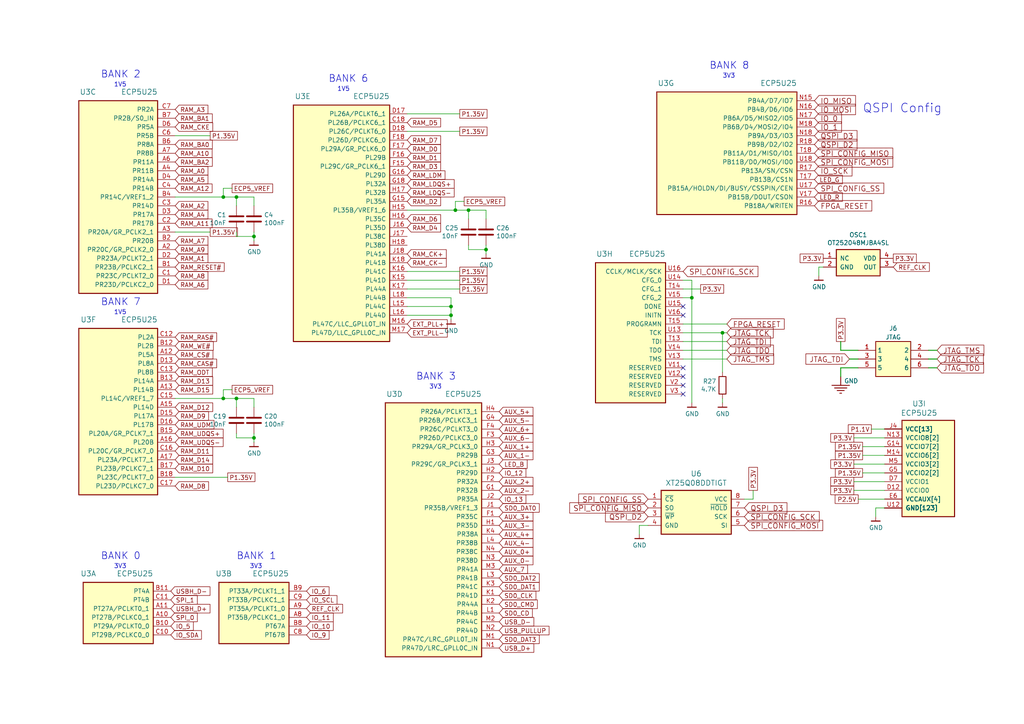
<source format=kicad_sch>
(kicad_sch (version 20231120) (generator "eeschema") (generator_version "8.0")
  (paper "A4")
  (title_block (date "2024-04-20"))
  (junction (at 130.81 88.9))
  (junction (at 64.77 57.15))
  (junction (at 135.89 60.96))
  (junction (at 209.55 96.52))
  (junction (at 200.66 86.36))
  (junction (at 73.66 127))
  (junction (at 68.58 115.57))
  (junction (at 130.81 91.44))
  (junction (at 132.08 60.96))
  (junction (at 140.97 72.39))
  (junction (at 73.66 68.58))
  (junction (at 68.58 57.15))
  (junction (at 64.77 115.57))
  (no_connect (at 198.12 91.44))
  (no_connect (at 198.12 109.22))
  (no_connect (at 198.12 88.9))
  (no_connect (at 198.12 111.76))
  (no_connect (at 198.12 106.68))
  (no_connect (at 198.12 114.3))
  (wire (pts (xy 64.77 113.03) (xy 67.31 113.03)))
  (wire (pts (xy 246.38 104.14) (xy 248.92 104.14)) (stroke (width 0.254)))
  (wire (pts (xy 256.54 142.24) (xy 247.65 142.24)))
  (wire (pts (xy 132.08 60.96) (xy 132.08 58.42)))
  (wire (pts (xy 198.12 86.36) (xy 200.66 86.36)))
  (wire (pts (xy 50.8 57.15) (xy 64.77 57.15)))
  (wire (pts (xy 132.08 58.42) (xy 134.62 58.42)))
  (wire (pts (xy 254 149.86) (xy 254 147.32)))
  (wire (pts (xy 60.96 67.31) (xy 50.8 67.31)))
  (wire (pts (xy 118.11 86.36) (xy 130.81 86.36)))
  (wire (pts (xy 135.89 60.96) (xy 140.97 60.96)))
  (wire (pts (xy 130.81 91.44) (xy 130.81 92.71)))
  (wire (pts (xy 68.58 68.58) (xy 73.66 68.58)))
  (wire (pts (xy 50.8 115.57) (xy 64.77 115.57)))
  (wire (pts (xy 198.12 96.52) (xy 209.55 96.52)))
  (wire (pts (xy 132.08 60.96) (xy 135.89 60.96)))
  (wire (pts (xy 68.58 57.15) (xy 68.58 59.69)))
  (wire (pts (xy 256.54 139.7) (xy 247.65 139.7)))
  (wire (pts (xy 68.58 127) (xy 73.66 127)))
  (wire (pts (xy 133.35 81.28) (xy 118.11 81.28)))
  (wire (pts (xy 200.66 86.36) (xy 200.66 116.84)))
  (wire (pts (xy 198.12 81.28) (xy 200.66 81.28)))
  (wire (pts (xy 256.54 132.08) (xy 250.19 132.08)))
  (wire (pts (xy 198.12 101.6) (xy 210.82 101.6)))
  (wire (pts (xy 135.89 72.39) (xy 140.97 72.39)))
  (wire (pts (xy 243.84 109.22) (xy 243.84 106.68)) (stroke (width 0.254)))
  (wire (pts (xy 243.84 106.68) (xy 248.92 106.68)) (stroke (width 0.254)))
  (wire (pts (xy 73.66 127) (xy 73.66 128.27)))
  (wire (pts (xy 237.49 77.47) (xy 238.76 77.47)))
  (wire (pts (xy 185.42 154.94) (xy 185.42 152.4)))
  (wire (pts (xy 198.12 93.98) (xy 210.82 93.98)))
  (wire (pts (xy 135.89 71.12) (xy 135.89 72.39)))
  (wire (pts (xy 130.81 86.36) (xy 130.81 88.9)))
  (wire (pts (xy 73.66 57.15) (xy 73.66 59.69)))
  (wire (pts (xy 64.77 54.61) (xy 67.31 54.61)))
  (wire (pts (xy 60.96 39.37) (xy 50.8 39.37)))
  (wire (pts (xy 243.84 101.6) (xy 243.84 99.06)) (stroke (width 0.254)))
  (wire (pts (xy 64.77 115.57) (xy 64.77 113.03)))
  (wire (pts (xy 209.55 115.57) (xy 209.55 116.84)))
  (wire (pts (xy 68.58 57.15) (xy 73.66 57.15)))
  (wire (pts (xy 254 147.32) (xy 256.54 147.32)))
  (wire (pts (xy 135.89 60.96) (xy 135.89 63.5)))
  (wire (pts (xy 133.35 83.82) (xy 118.11 83.82)))
  (wire (pts (xy 140.97 60.96) (xy 140.97 63.5)))
  (wire (pts (xy 209.55 96.52) (xy 210.82 96.52)))
  (wire (pts (xy 252.73 124.46) (xy 256.54 124.46)))
  (wire (pts (xy 130.81 88.9) (xy 130.81 91.44)))
  (wire (pts (xy 66.04 138.43) (xy 50.8 138.43)))
  (wire (pts (xy 200.66 81.28) (xy 200.66 86.36)))
  (wire (pts (xy 73.66 115.57) (xy 73.66 118.11)))
  (wire (pts (xy 68.58 125.73) (xy 68.58 127)))
  (wire (pts (xy 140.97 72.39) (xy 140.97 73.66)))
  (wire (pts (xy 118.11 60.96) (xy 132.08 60.96)))
  (wire (pts (xy 73.66 125.73) (xy 73.66 127)))
  (wire (pts (xy 118.11 91.44) (xy 130.81 91.44)))
  (wire (pts (xy 237.49 80.01) (xy 237.49 77.47)))
  (wire (pts (xy 133.35 78.74) (xy 118.11 78.74)))
  (wire (pts (xy 64.77 57.15) (xy 64.77 54.61)))
  (wire (pts (xy 73.66 68.58) (xy 73.66 69.85)))
  (wire (pts (xy 215.9 144.78) (xy 218.44 144.78)))
  (wire (pts (xy 133.35 38.1) (xy 118.11 38.1)))
  (wire (pts (xy 256.54 134.62) (xy 247.65 134.62)))
  (wire (pts (xy 133.35 33.02) (xy 118.11 33.02)))
  (wire (pts (xy 210.82 99.06) (xy 198.12 99.06)))
  (wire (pts (xy 256.54 129.54) (xy 250.19 129.54)))
  (wire (pts (xy 68.58 115.57) (xy 68.58 118.11)))
  (wire (pts (xy 271.78 101.6) (xy 269.24 101.6)) (stroke (width 0.254)))
  (wire (pts (xy 140.97 71.12) (xy 140.97 72.39)))
  (wire (pts (xy 185.42 152.4) (xy 187.96 152.4)))
  (wire (pts (xy 118.11 88.9) (xy 130.81 88.9)))
  (wire (pts (xy 256.54 137.16) (xy 250.19 137.16)))
  (wire (pts (xy 248.92 101.6) (xy 243.84 101.6)) (stroke (width 0.254)))
  (wire (pts (xy 218.44 144.78) (xy 218.44 142.24)))
  (wire (pts (xy 271.78 104.14) (xy 269.24 104.14)) (stroke (width 0.254)))
  (wire (pts (xy 203.2 83.82) (xy 198.12 83.82)))
  (wire (pts (xy 68.58 67.31) (xy 68.58 68.58)))
  (wire (pts (xy 248.92 144.78) (xy 256.54 144.78)))
  (wire (pts (xy 64.77 115.57) (xy 68.58 115.57)))
  (wire (pts (xy 210.82 104.14) (xy 198.12 104.14)))
  (wire (pts (xy 68.58 115.57) (xy 73.66 115.57)))
  (wire (pts (xy 64.77 57.15) (xy 68.58 57.15)))
  (wire (pts (xy 269.24 106.68) (xy 271.78 106.68)) (stroke (width 0.254)))
  (wire (pts (xy 73.66 67.31) (xy 73.66 68.58)))
  (wire (pts (xy 209.55 96.52) (xy 209.55 107.95)))
  (wire (pts (xy 256.54 127) (xy 247.65 127)))
  (text "BANK 0" (at 29.21 162.56 0) (effects (font (size 2.032 2.032)) (justify left bottom)))
  (text "3V3\n" (at 124.46 113.03 0) (effects (font (size 1.27 1.27)) (justify left bottom)))
  (text "BANK 1" (at 68.58 162.56 0) (effects (font (size 2.032 2.032)) (justify left bottom)))
  (text "1V5" (at 33.02 91.44 0) (effects (font (size 1.27 1.27)) (justify left bottom)))
  (text "BANK 6" (at 95.25 24.13 0) (effects (font (size 2.032 2.032)) (justify left bottom)))
  (text "BANK 7" (at 29.21 88.9 0) (effects (font (size 2.032 2.032)) (justify left bottom)))
  (text "3V3\n" (at 33.02 165.1 0) (effects (font (size 1.27 1.27)) (justify left bottom)))
  (text "1V5" (at 33.02 25.4 0) (effects (font (size 1.27 1.27)) (justify left bottom)))
  (text "BANK 3" (at 120.65 110.49 0) (effects (font (size 2.032 2.032)) (justify left bottom)))
  (text "3V3" (at 72.39 165.1 0) (effects (font (size 1.27 1.27)) (justify left bottom)))
  (text "3V3" (at 209.55 22.86 0) (effects (font (size 1.27 1.27)) (justify left bottom)))
  (text "1V5\n" (at 97.79 26.67 0) (effects (font (size 1.27 1.27)) (justify left bottom)))
  (text "QSPI Config" (at 250.19 33.02 0) (effects (font (size 2.54 2.54)) (justify left bottom)))
  (text "BANK 8" (at 205.74 20.32 0) (effects (font (size 2.032 2.032)) (justify left bottom)))
  (text "BANK 2" (at 29.21 22.86 0) (effects (font (size 2.032 2.032)) (justify left bottom)))
  (global_label "IO_13" (shape input) (at 144.78 144.78 0) (property "Intersheetrefs" "${INTERSHEET_REFS}" (effects (hide yes))))
  (global_label "RAM_A0" (shape input) (at 50.8 49.53 0) (property "Intersheetrefs" "${INTERSHEET_REFS}" (effects (hide yes))))
  (global_label "RAM_UDQS+" (shape input) (at 50.8 125.73 0) (property "Intersheetrefs" "${INTERSHEET_REFS}" (effects (hide yes))))
  (global_label "RAM_UDQS-" (shape input) (at 50.8 128.27 0) (property "Intersheetrefs" "${INTERSHEET_REFS}" (effects (hide yes))))
  (global_label "P1.35V" (shape passive) (at 250.19 129.54 180) (property "Intersheetrefs" "${INTERSHEET_REFS}" (effects (hide yes))))
  (global_label "RAM_BA2" (shape input) (at 50.8 46.99 0) (property "Intersheetrefs" "${INTERSHEET_REFS}" (effects (hide yes))))
  (global_label "SPI_CONFIG_MISO" (shape input) (at 236.22 44.45 0) (effects (font (size 1.524 1.524))) (property "Intersheetrefs" "${INTERSHEET_REFS}" (effects (hide yes))))
  (global_label "REF_CLK" (shape input) (at 88.9 176.53 0) (property "Intersheetrefs" "${INTERSHEET_REFS}" (effects (hide yes))))
  (global_label "AUX_1-" (shape input) (at 144.78 132.08 0) (property "Intersheetrefs" "${INTERSHEET_REFS}" (effects (hide yes))))
  (global_label "P2.5V" (shape passive) (at 248.92 144.78 180) (property "Intersheetrefs" "${INTERSHEET_REFS}" (effects (hide yes))))
  (global_label "LED_R" (shape input) (at 236.22 57.15 0) (property "Intersheetrefs" "${INTERSHEET_REFS}" (effects (hide yes))))
  (global_label "RAM_A3" (shape input) (at 50.8 31.75 0) (property "Intersheetrefs" "${INTERSHEET_REFS}" (effects (hide yes))))
  (global_label "IO_10" (shape input) (at 88.9 181.61 0) (property "Intersheetrefs" "${INTERSHEET_REFS}" (effects (hide yes))))
  (global_label "USB_D+" (shape input) (at 144.78 187.96 0) (property "Intersheetrefs" "${INTERSHEET_REFS}" (effects (hide yes))))
  (global_label "RAM_CK-" (shape input) (at 118.11 76.2 0) (property "Intersheetrefs" "${INTERSHEET_REFS}" (effects (hide yes))))
  (global_label "AUX_5+" (shape input) (at 144.78 119.38 0) (property "Intersheetrefs" "${INTERSHEET_REFS}" (effects (hide yes))))
  (global_label "AUX_7" (shape input) (at 144.78 165.1 0) (property "Intersheetrefs" "${INTERSHEET_REFS}" (effects (hide yes))))
  (global_label "RAM_A2" (shape input) (at 50.8 59.69 0) (property "Intersheetrefs" "${INTERSHEET_REFS}" (effects (hide yes))))
  (global_label "P1.35V" (shape passive) (at 133.35 83.82 0) (property "Intersheetrefs" "${INTERSHEET_REFS}" (effects (hide yes))))
  (global_label "P1.35V" (shape passive) (at 133.35 81.28 0) (property "Intersheetrefs" "${INTERSHEET_REFS}" (effects (hide yes))))
  (global_label "RAM_D11" (shape input) (at 50.8 130.81 0) (property "Intersheetrefs" "${INTERSHEET_REFS}" (effects (hide yes))))
  (global_label "JTAG_TMS" (shape input) (at 271.78 101.6 0) (effects (font (size 1.524 1.524))) (property "Intersheetrefs" "${INTERSHEET_REFS}" (effects (hide yes))))
  (global_label "JTAG_TDO" (shape input) (at 210.82 101.6 0) (effects (font (size 1.524 1.524))) (property "Intersheetrefs" "${INTERSHEET_REFS}" (effects (hide yes))))
  (global_label "JTAG_TCK" (shape input) (at 271.78 104.14 0) (effects (font (size 1.524 1.524))) (property "Intersheetrefs" "${INTERSHEET_REFS}" (effects (hide yes))))
  (global_label "IO_9" (shape input) (at 88.9 184.15 0) (property "Intersheetrefs" "${INTERSHEET_REFS}" (effects (hide yes))))
  (global_label "QSPI_D2" (shape input) (at 236.22 41.91 0) (effects (font (size 1.524 1.524))) (property "Intersheetrefs" "${INTERSHEET_REFS}" (effects (hide yes))))
  (global_label "ECP5_VREF" (shape passive) (at 67.31 54.61 0) (property "Intersheetrefs" "${INTERSHEET_REFS}" (effects (hide yes))))
  (global_label "P1.35V" (shape passive) (at 66.04 138.43 0) (property "Intersheetrefs" "${INTERSHEET_REFS}" (effects (hide yes))))
  (global_label "QSPI_D3" (shape input) (at 236.22 39.37 0) (effects (font (size 1.524 1.524))) (property "Intersheetrefs" "${INTERSHEET_REFS}" (effects (hide yes))))
  (global_label "SD0_DAT3" (shape input) (at 144.78 185.42 0) (property "Intersheetrefs" "${INTERSHEET_REFS}" (effects (hide yes))))
  (global_label "RAM_ODT" (shape input) (at 50.8 107.95 0) (property "Intersheetrefs" "${INTERSHEET_REFS}" (effects (hide yes))))
  (global_label "RAM_CAS#" (shape input) (at 50.8 105.41 0) (property "Intersheetrefs" "${INTERSHEET_REFS}" (effects (hide yes))))
  (global_label "USBH_D+" (shape input) (at 49.53 176.53 0) (property "Intersheetrefs" "${INTERSHEET_REFS}" (effects (hide yes))))
  (global_label "JTAG_TDO" (shape input) (at 271.78 106.68 0) (effects (font (size 1.524 1.524))) (property "Intersheetrefs" "${INTERSHEET_REFS}" (effects (hide yes))))
  (global_label "QSPI_D3" (shape input) (at 215.9 147.32 0) (effects (font (size 1.524 1.524))) (property "Intersheetrefs" "${INTERSHEET_REFS}" (effects (hide yes))))
  (global_label "AUX_4+" (shape input) (at 144.78 154.94 0) (property "Intersheetrefs" "${INTERSHEET_REFS}" (effects (hide yes))))
  (global_label "IO_11" (shape input) (at 88.9 179.07 0) (property "Intersheetrefs" "${INTERSHEET_REFS}" (effects (hide yes))))
  (global_label "AUX_3+" (shape input) (at 144.78 149.86 0) (property "Intersheetrefs" "${INTERSHEET_REFS}" (effects (hide yes))))
  (global_label "RAM_D12" (shape input) (at 50.8 118.11 0) (property "Intersheetrefs" "${INTERSHEET_REFS}" (effects (hide yes))))
  (global_label "SD0_DAT1" (shape input) (at 144.78 170.18 0) (property "Intersheetrefs" "${INTERSHEET_REFS}" (effects (hide yes))))
  (global_label "SPI_0" (shape input) (at 49.53 179.07 0) (property "Intersheetrefs" "${INTERSHEET_REFS}" (effects (hide yes))))
  (global_label "P3.3V" (shape passive) (at 203.2 83.82 0) (property "Intersheetrefs" "${INTERSHEET_REFS}" (effects (hide yes))))
  (global_label "P3.3V" (shape passive) (at 238.76 74.93 180) (property "Intersheetrefs" "${INTERSHEET_REFS}" (effects (hide yes))))
  (global_label "P1.35V" (shape passive) (at 133.35 33.02 0) (property "Intersheetrefs" "${INTERSHEET_REFS}" (effects (hide yes))))
  (global_label "EXT_PLL+" (shape input) (at 118.11 93.98 0) (property "Intersheetrefs" "${INTERSHEET_REFS}" (effects (hide yes))))
  (global_label "SD0_CLK" (shape input) (at 144.78 172.72 0) (property "Intersheetrefs" "${INTERSHEET_REFS}" (effects (hide yes))))
  (global_label "RAM_D5" (shape input) (at 118.11 35.56 0) (property "Intersheetrefs" "${INTERSHEET_REFS}" (effects (hide yes))))
  (global_label "IO_1" (shape input) (at 236.22 36.83 0) (effects (font (size 1.524 1.524))) (property "Intersheetrefs" "${INTERSHEET_REFS}" (effects (hide yes))))
  (global_label "IO_SDA" (shape input) (at 49.53 184.15 0) (property "Intersheetrefs" "${INTERSHEET_REFS}" (effects (hide yes))))
  (global_label "SPI_CONFIG_SCK" (shape input) (at 215.9 149.86 0) (effects (font (size 1.524 1.524))) (property "Intersheetrefs" "${INTERSHEET_REFS}" (effects (hide yes))))
  (global_label "RAM_A1" (shape input) (at 50.8 74.93 0) (property "Intersheetrefs" "${INTERSHEET_REFS}" (effects (hide yes))))
  (global_label "RAM_BA1" (shape input) (at 50.8 34.29 0) (property "Intersheetrefs" "${INTERSHEET_REFS}" (effects (hide yes))))
  (global_label "SPI_CONFIG_MISO" (shape input) (at 187.96 147.32 180) (effects (font (size 1.524 1.524))) (property "Intersheetrefs" "${INTERSHEET_REFS}" (effects (hide yes))))
  (global_label "SD0_CD" (shape input) (at 144.78 177.8 0) (property "Intersheetrefs" "${INTERSHEET_REFS}" (effects (hide yes))))
  (global_label "RAM_CK+" (shape input) (at 118.11 73.66 0) (property "Intersheetrefs" "${INTERSHEET_REFS}" (effects (hide yes))))
  (global_label "P3.3V" (shape passive) (at 247.65 127 180) (property "Intersheetrefs" "${INTERSHEET_REFS}" (effects (hide yes))))
  (global_label "AUX_5-" (shape input) (at 144.78 121.92 0) (property "Intersheetrefs" "${INTERSHEET_REFS}" (effects (hide yes))))
  (global_label "RAM_D14" (shape input) (at 50.8 133.35 0) (property "Intersheetrefs" "${INTERSHEET_REFS}" (effects (hide yes))))
  (global_label "RAM_D2" (shape input) (at 118.11 58.42 0) (property "Intersheetrefs" "${INTERSHEET_REFS}" (effects (hide yes))))
  (global_label "SPI_CONFIG_SCK" (shape input) (at 198.12 78.74 0) (effects (font (size 1.524 1.524))) (property "Intersheetrefs" "${INTERSHEET_REFS}" (effects (hide yes))))
  (global_label "IO_6" (shape input) (at 88.9 171.45 0) (property "Intersheetrefs" "${INTERSHEET_REFS}" (effects (hide yes))))
  (global_label "AUX_0-" (shape input) (at 144.78 162.56 0) (property "Intersheetrefs" "${INTERSHEET_REFS}" (effects (hide yes))))
  (global_label "ECP5_VREF" (shape passive) (at 134.62 58.42 0) (property "Intersheetrefs" "${INTERSHEET_REFS}" (effects (hide yes))))
  (global_label "IO_MOSI" (shape input) (at 236.22 31.75 0) (effects (font (size 1.524 1.524))) (property "Intersheetrefs" "${INTERSHEET_REFS}" (effects (hide yes))))
  (global_label "RAM_D7" (shape input) (at 118.11 40.64 0) (property "Intersheetrefs" "${INTERSHEET_REFS}" (effects (hide yes))))
  (global_label "SPI_CONFIG_MOSI" (shape input) (at 215.9 152.4 0) (effects (font (size 1.524 1.524))) (property "Intersheetrefs" "${INTERSHEET_REFS}" (effects (hide yes))))
  (global_label "JTAG_TDI" (shape input) (at 246.38 104.14 180) (effects (font (size 1.524 1.524))) (property "Intersheetrefs" "${INTERSHEET_REFS}" (effects (hide yes))))
  (global_label "QSPI_D2" (shape input) (at 187.96 149.86 180) (effects (font (size 1.524 1.524))) (property "Intersheetrefs" "${INTERSHEET_REFS}" (effects (hide yes))))
  (global_label "RAM_WE#" (shape input) (at 50.8 100.33 0) (property "Intersheetrefs" "${INTERSHEET_REFS}" (effects (hide yes))))
  (global_label "RAM_A7" (shape input) (at 50.8 69.85 0) (property "Intersheetrefs" "${INTERSHEET_REFS}" (effects (hide yes))))
  (global_label "RAM_D13" (shape input) (at 50.8 110.49 0) (property "Intersheetrefs" "${INTERSHEET_REFS}" (effects (hide yes))))
  (global_label "REF_CLK" (shape input) (at 259.08 77.47 0) (property "Intersheetrefs" "${INTERSHEET_REFS}" (effects (hide yes))))
  (global_label "RAM_UDM" (shape input) (at 50.8 123.19 0) (property "Intersheetrefs" "${INTERSHEET_REFS}" (effects (hide yes))))
  (global_label "RAM_RAS#" (shape input) (at 50.8 97.79 0) (property "Intersheetrefs" "${INTERSHEET_REFS}" (effects (hide yes))))
  (global_label "P3.3V" (shape passive) (at 259.08 74.93 0) (property "Intersheetrefs" "${INTERSHEET_REFS}" (effects (hide yes))))
  (global_label "AUX_0+" (shape input) (at 144.78 160.02 0) (property "Intersheetrefs" "${INTERSHEET_REFS}" (effects (hide yes))))
  (global_label "RAM_LDQS-" (shape input) (at 118.11 55.88 0) (property "Intersheetrefs" "${INTERSHEET_REFS}" (effects (hide yes))))
  (global_label "P1.35V" (shape passive) (at 133.35 38.1 0) (property "Intersheetrefs" "${INTERSHEET_REFS}" (effects (hide yes))))
  (global_label "P3.3V" (shape passive) (at 247.65 139.7 180) (property "Intersheetrefs" "${INTERSHEET_REFS}" (effects (hide yes))))
  (global_label "P1.1V" (shape passive) (at 252.73 124.46 180) (property "Intersheetrefs" "${INTERSHEET_REFS}" (effects (hide yes))))
  (global_label "RAM_CKE" (shape input) (at 50.8 36.83 0) (property "Intersheetrefs" "${INTERSHEET_REFS}" (effects (hide yes))))
  (global_label "RAM_D3" (shape input) (at 118.11 48.26 0) (property "Intersheetrefs" "${INTERSHEET_REFS}" (effects (hide yes))))
  (global_label "FPGA_RESET" (shape input) (at 210.82 93.98 0) (effects (font (size 1.524 1.524))) (property "Intersheetrefs" "${INTERSHEET_REFS}" (effects (hide yes))))
  (global_label "AUX_6+" (shape input) (at 144.78 124.46 0) (property "Intersheetrefs" "${INTERSHEET_REFS}" (effects (hide yes))))
  (global_label "IO_5" (shape input) (at 49.53 181.61 0) (property "Intersheetrefs" "${INTERSHEET_REFS}" (effects (hide yes))))
  (global_label "AUX_4-" (shape input) (at 144.78 157.48 0) (property "Intersheetrefs" "${INTERSHEET_REFS}" (effects (hide yes))))
  (global_label "JTAG_TDI" (shape input) (at 210.82 99.06 0) (effects (font (size 1.524 1.524))) (property "Intersheetrefs" "${INTERSHEET_REFS}" (effects (hide yes))))
  (global_label "RAM_RESET#" (shape input) (at 50.8 77.47 0) (property "Intersheetrefs" "${INTERSHEET_REFS}" (effects (hide yes))))
  (global_label "SD0_DAT0" (shape input) (at 144.78 147.32 0) (property "Intersheetrefs" "${INTERSHEET_REFS}" (effects (hide yes))))
  (global_label "SPI_CONFIG_MOSI" (shape input) (at 236.22 46.99 0) (effects (font (size 1.524 1.524))) (property "Intersheetrefs" "${INTERSHEET_REFS}" (effects (hide yes))))
  (global_label "RAM_A8" (shape input) (at 50.8 80.01 0) (property "Intersheetrefs" "${INTERSHEET_REFS}" (effects (hide yes))))
  (global_label "RAM_A12" (shape input) (at 50.8 54.61 0) (property "Intersheetrefs" "${INTERSHEET_REFS}" (effects (hide yes))))
  (global_label "RAM_LDQS+" (shape input) (at 118.11 53.34 0) (property "Intersheetrefs" "${INTERSHEET_REFS}" (effects (hide yes))))
  (global_label "USBH_D-" (shape input) (at 49.53 171.45 0) (property "Intersheetrefs" "${INTERSHEET_REFS}" (effects (hide yes))))
  (global_label "FPGA_RESET" (shape input) (at 236.22 59.69 0) (effects (font (size 1.524 1.524))) (property "Intersheetrefs" "${INTERSHEET_REFS}" (effects (hide yes))))
  (global_label "RAM_D1" (shape input) (at 118.11 45.72 0) (property "Intersheetrefs" "${INTERSHEET_REFS}" (effects (hide yes))))
  (global_label "RAM_A11" (shape input) (at 50.8 64.77 0) (property "Intersheetrefs" "${INTERSHEET_REFS}" (effects (hide yes))))
  (global_label "SPI_CONFIG_SS" (shape input) (at 187.96 144.78 180) (effects (font (size 1.524 1.524))) (property "Intersheetrefs" "${INTERSHEET_REFS}" (effects (hide yes))))
  (global_label "P1.35V" (shape passive) (at 250.19 137.16 180) (property "Intersheetrefs" "${INTERSHEET_REFS}" (effects (hide yes))))
  (global_label "P1.35V" (shape passive) (at 133.35 78.74 0) (property "Intersheetrefs" "${INTERSHEET_REFS}" (effects (hide yes))))
  (global_label "RAM_LDM" (shape input) (at 118.11 50.8 0) (property "Intersheetrefs" "${INTERSHEET_REFS}" (effects (hide yes))))
  (global_label "USB_PULLUP" (shape input) (at 144.78 182.88 0) (property "Intersheetrefs" "${INTERSHEET_REFS}" (effects (hide yes))))
  (global_label "P1.35V" (shape passive) (at 250.19 132.08 180) (property "Intersheetrefs" "${INTERSHEET_REFS}" (effects (hide yes))))
  (global_label "SD0_CMD" (shape input) (at 144.78 175.26 0) (property "Intersheetrefs" "${INTERSHEET_REFS}" (effects (hide yes))))
  (global_label "RAM_BA0" (shape input) (at 50.8 41.91 0) (property "Intersheetrefs" "${INTERSHEET_REFS}" (effects (hide yes))))
  (global_label "AUX_2-" (shape input) (at 144.78 142.24 0) (property "Intersheetrefs" "${INTERSHEET_REFS}" (effects (hide yes))))
  (global_label "AUX_1+" (shape input) (at 144.78 129.54 0) (property "Intersheetrefs" "${INTERSHEET_REFS}" (effects (hide yes))))
  (global_label "RAM_CS#" (shape input) (at 50.8 102.87 0) (property "Intersheetrefs" "${INTERSHEET_REFS}" (effects (hide yes))))
  (global_label "RAM_A9" (shape input) (at 50.8 72.39 0) (property "Intersheetrefs" "${INTERSHEET_REFS}" (effects (hide yes))))
  (global_label "SD0_DAT2" (shape input) (at 144.78 167.64 0) (property "Intersheetrefs" "${INTERSHEET_REFS}" (effects (hide yes))))
  (global_label "RAM_D15" (shape input) (at 50.8 113.03 0) (property "Intersheetrefs" "${INTERSHEET_REFS}" (effects (hide yes))))
  (global_label "P3.3V" (shape passive) (at 247.65 134.62 180) (property "Intersheetrefs" "${INTERSHEET_REFS}" (effects (hide yes))))
  (global_label "RAM_A5" (shape input) (at 50.8 52.07 0) (property "Intersheetrefs" "${INTERSHEET_REFS}" (effects (hide yes))))
  (global_label "P3.3V" (shape passive) (at 218.44 142.24 90) (property "Intersheetrefs" "${INTERSHEET_REFS}" (effects (hide yes))))
  (global_label "RAM_A4" (shape input) (at 50.8 62.23 0) (property "Intersheetrefs" "${INTERSHEET_REFS}" (effects (hide yes))))
  (global_label "P3.3V" (shape passive) (at 243.84 99.06 90) (property "Intersheetrefs" "${INTERSHEET_REFS}" (effects (hide yes))))
  (global_label "JTAG_TMS" (shape input) (at 210.82 104.14 0) (effects (font (size 1.524 1.524))) (property "Intersheetrefs" "${INTERSHEET_REFS}" (effects (hide yes))))
  (global_label "IO_MISO" (shape input) (at 236.22 29.21 0) (effects (font (size 1.524 1.524))) (property "Intersheetrefs" "${INTERSHEET_REFS}" (effects (hide yes))))
  (global_label "AUX_6-" (shape input) (at 144.78 127 0) (property "Intersheetrefs" "${INTERSHEET_REFS}" (effects (hide yes))))
  (global_label "EXT_PLL-" (shape input) (at 118.11 96.52 0) (property "Intersheetrefs" "${INTERSHEET_REFS}" (effects (hide yes))))
  (global_label "IO_SCK" (shape input) (at 236.22 49.53 0) (effects (font (size 1.524 1.524))) (property "Intersheetrefs" "${INTERSHEET_REFS}" (effects (hide yes))))
  (global_label "RAM_D0" (shape input) (at 118.11 43.18 0) (property "Intersheetrefs" "${INTERSHEET_REFS}" (effects (hide yes))))
  (global_label "IO_12" (shape input) (at 144.78 137.16 0) (property "Intersheetrefs" "${INTERSHEET_REFS}" (effects (hide yes))))
  (global_label "AUX_2+" (shape input) (at 144.78 139.7 0) (property "Intersheetrefs" "${INTERSHEET_REFS}" (effects (hide yes))))
  (global_label "LED_B" (shape input) (at 144.78 134.62 0) (property "Intersheetrefs" "${INTERSHEET_REFS}" (effects (hide yes))))
  (global_label "USB_D-" (shape input) (at 144.78 180.34 0) (property "Intersheetrefs" "${INTERSHEET_REFS}" (effects (hide yes))))
  (global_label "SPI_CONFIG_SS" (shape input) (at 236.22 54.61 0) (effects (font (size 1.524 1.524))) (property "Intersheetrefs" "${INTERSHEET_REFS}" (effects (hide yes))))
  (global_label "P3.3V" (shape passive) (at 247.65 142.24 180) (property "Intersheetrefs" "${INTERSHEET_REFS}" (effects (hide yes))))
  (global_label "RAM_D4" (shape input) (at 118.11 66.04 0) (property "Intersheetrefs" "${INTERSHEET_REFS}" (effects (hide yes))))
  (global_label "P1.35V" (shape passive) (at 60.96 39.37 0) (property "Intersheetrefs" "${INTERSHEET_REFS}" (effects (hide yes))))
  (global_label "RAM_D6" (shape input) (at 118.11 63.5 0) (property "Intersheetrefs" "${INTERSHEET_REFS}" (effects (hide yes))))
  (global_label "RAM_A6" (shape input) (at 50.8 82.55 0) (property "Intersheetrefs" "${INTERSHEET_REFS}" (effects (hide yes))))
  (global_label "JTAG_TCK" (shape input) (at 210.82 96.52 0) (effects (font (size 1.524 1.524))) (property "Intersheetrefs" "${INTERSHEET_REFS}" (effects (hide yes))))
  (global_label "RAM_A10" (shape input) (at 50.8 44.45 0) (property "Intersheetrefs" "${INTERSHEET_REFS}" (effects (hide yes))))
  (global_label "IO_0" (shape input) (at 236.22 34.29 0) (effects (font (size 1.524 1.524))) (property "Intersheetrefs" "${INTERSHEET_REFS}" (effects (hide yes))))
  (global_label "AUX_3-" (shape input) (at 144.78 152.4 0) (property "Intersheetrefs" "${INTERSHEET_REFS}" (effects (hide yes))))
  (global_label "RAM_D8" (shape input) (at 50.8 140.97 0) (property "Intersheetrefs" "${INTERSHEET_REFS}" (effects (hide yes))))
  (global_label "ECP5_VREF" (shape passive) (at 67.31 113.03 0) (property "Intersheetrefs" "${INTERSHEET_REFS}" (effects (hide yes))))
  (global_label "LED_G" (shape input) (at 236.22 52.07 0) (property "Intersheetrefs" "${INTERSHEET_REFS}" (effects (hide yes))))
  (global_label "SPI_1" (shape input) (at 49.53 173.99 0) (property "Intersheetrefs" "${INTERSHEET_REFS}" (effects (hide yes))))
  (global_label "RAM_D9" (shape input) (at 50.8 120.65 0) (property "Intersheetrefs" "${INTERSHEET_REFS}" (effects (hide yes))))
  (global_label "RAM_D10" (shape input) (at 50.8 135.89 0) (property "Intersheetrefs" "${INTERSHEET_REFS}" (effects (hide yes))))
  (global_label "IO_SCL" (shape input) (at 88.9 173.99 0) (property "Intersheetrefs" "${INTERSHEET_REFS}" (effects (hide yes))))
  (global_label "P1.35V" (shape passive) (at 60.96 67.31 0) (property "Intersheetrefs" "${INTERSHEET_REFS}" (effects (hide yes))))
  (symbol (lib_id "OrangeCrab-rescue:ECP5U25-MG285-gkl_lattice") (at 49.53 171.45 0) (mirror y) (unit 1)
    (property "Reference" "U3" (at 27.94 166.37 0) (effects (font (size 1.524 1.524)) (justify left)))
    (property "Value" "ECP5U25" (at 44.45 166.37 0) (effects (font (size 1.524 1.524)) (justify left)))
    (property "Footprint" "gkl_housings_bga:csBGA285" (effects (hide yes)))
    (property "PN" "LFE5U-25F-8MG285C" (effects (hide yes)))
    (property "SN-DK" " LFE5UM-25F-6MG285C-ND " (effects (hide yes)))
    (property "Mfg" "Lattice Semiconductor Corporation" (effects (hide yes)))
  )
  (symbol (lib_id "OrangeCrab-rescue:ECP5U25-MG285-gkl_lattice") (at 88.9 171.45 0) (mirror y) (unit 2)
    (property "Reference" "U3" (at 67.31 166.37 0) (effects (font (size 1.524 1.524)) (justify left)))
    (property "Value" "ECP5U25" (at 83.82 166.37 0) (effects (font (size 1.524 1.524)) (justify left)))
    (property "Footprint" "gkl_housings_bga:csBGA285" (effects (hide yes)))
    (property "PN" "LFE5U-25F-8MG285C" (effects (hide yes)))
    (property "SN-DK" " LFE5UM-25F-6MG285C-ND " (effects (hide yes)))
    (property "Mfg" "Lattice Semiconductor Corporation" (effects (hide yes)))
  )
  (symbol (lib_id "OrangeCrab-rescue:ECP5U25-MG285-gkl_lattice") (at 50.8 31.75 0) (mirror y) (unit 3)
    (property "Reference" "U3" (at 27.94 26.67 0) (effects (font (size 1.524 1.524)) (justify left)))
    (property "Value" "ECP5U25" (at 45.72 26.67 0) (effects (font (size 1.524 1.524)) (justify left)))
    (property "Footprint" "gkl_housings_bga:csBGA285" (effects (hide yes)))
    (property "PN" "LFE5U-25F-8MG285C" (effects (hide yes)))
    (property "SN-DK" " LFE5UM-25F-6MG285C-ND " (effects (hide yes)))
    (property "Mfg" "Lattice Semiconductor Corporation" (effects (hide yes)))
  )
  (symbol (lib_id "OrangeCrab-rescue:ECP5U25-MG285-gkl_lattice") (at 144.78 119.38 0) (mirror y) (unit 4)
    (property "Reference" "U3" (at 116.84 114.3 0) (effects (font (size 1.524 1.524)) (justify left)))
    (property "Value" "ECP5U25" (at 139.7 114.3 0) (effects (font (size 1.524 1.524)) (justify left)))
    (property "Footprint" "gkl_housings_bga:csBGA285" (effects (hide yes)))
    (property "PN" "LFE5U-25F-8MG285C" (effects (hide yes)))
    (property "SN-DK" " LFE5UM-25F-6MG285C-ND " (effects (hide yes)))
    (property "Mfg" "Lattice Semiconductor Corporation" (effects (hide yes)))
  )
  (symbol (lib_id "OrangeCrab-rescue:ECP5U25-MG285-gkl_lattice") (at 118.11 33.02 0) (mirror y) (unit 5)
    (property "Reference" "U3" (at 90.17 27.94 0) (effects (font (size 1.524 1.524)) (justify left)))
    (property "Value" "ECP5U25" (at 113.03 27.94 0) (effects (font (size 1.524 1.524)) (justify left)))
    (property "Footprint" "gkl_housings_bga:csBGA285" (effects (hide yes)))
    (property "PN" "LFE5U-25F-8MG285C" (effects (hide yes)))
    (property "SN-DK" " LFE5UM-25F-6MG285C-ND " (effects (hide yes)))
    (property "Mfg" "Lattice Semiconductor Corporation" (effects (hide yes)))
  )
  (symbol (lib_id "OrangeCrab-rescue:ECP5U25-MG285-gkl_lattice") (at 50.8 97.79 0) (mirror y) (unit 6)
    (property "Reference" "U3" (at 27.94 92.71 0) (effects (font (size 1.524 1.524)) (justify left)))
    (property "Value" "ECP5U25" (at 45.72 92.71 0) (effects (font (size 1.524 1.524)) (justify left)))
    (property "Footprint" "gkl_housings_bga:csBGA285" (effects (hide yes)))
    (property "PN" "LFE5U-25F-8MG285C" (effects (hide yes)))
    (property "SN-DK" " LFE5UM-25F-6MG285C-ND " (effects (hide yes)))
    (property "Mfg" "Lattice Semiconductor Corporation" (effects (hide yes)))
  )
  (symbol (lib_id "OrangeCrab-rescue:ECP5U25-MG285-gkl_lattice") (at 236.22 29.21 0) (mirror y) (unit 7)
    (property "Reference" "U3" (at 195.58 24.13 0) (effects (font (size 1.524 1.524)) (justify left)))
    (property "Value" "ECP5U25" (at 231.14 24.13 0) (effects (font (size 1.524 1.524)) (justify left)))
    (property "Footprint" "gkl_housings_bga:csBGA285" (effects (hide yes)))
    (property "PN" "LFE5U-25F-8MG285C" (effects (hide yes)))
    (property "SN-DK" " LFE5UM-25F-6MG285C-ND " (effects (hide yes)))
    (property "Mfg" "Lattice Semiconductor Corporation" (effects (hide yes)))
  )
  (symbol (lib_id "OrangeCrab-rescue:ECP5U25-MG285-gkl_lattice") (at 198.12 78.74 0) (mirror y) (unit 8)
    (property "Reference" "U3" (at 177.8 73.66 0) (effects (font (size 1.524 1.524)) (justify left)))
    (property "Value" "ECP5U25" (at 193.04 73.66 0) (effects (font (size 1.524 1.524)) (justify left)))
    (property "Footprint" "gkl_housings_bga:csBGA285" (effects (hide yes)))
    (property "PN" "LFE5U-25F-8MG285C" (effects (hide yes)))
    (property "SN-DK" " LFE5UM-25F-6MG285C-ND " (effects (hide yes)))
    (property "Mfg" "Lattice Semiconductor Corporation" (effects (hide yes)))
  )
  (symbol (lib_id "OrangeCrab-rescue:ECP5U25-MG285-gkl_lattice") (at 256.54 147.32 0) (mirror x) (unit 9)
    (property "Reference" "U3" (at 266.573 117.094 0) (effects (font (size 1.524 1.524))))
    (property "Value" "ECP5U25" (at 266.573 119.7864 0) (effects (font (size 1.524 1.524))))
    (property "Footprint" "gkl_housings_bga:csBGA285" (effects (hide yes)))
    (property "PN" "LFE5U-25F-8MG285C" (effects (hide yes)))
    (property "SN-DK" " LFE5UM-25F-6MG285C-ND " (effects (hide yes)))
    (property "Mfg" "Lattice Semiconductor Corporation" (effects (hide yes)))
  )
  (symbol (lib_id "OrangeCrab-rescue:GND-gkl_power") (at 254 149.86 0) (unit 1)
    (property "Reference" "#PWR0101" (effects (hide yes)))
    (property "Value" "GND" (at 254.0762 153.0604 0))
  )
  (symbol (lib_id "OrangeCrab-rescue:GND-gkl_power") (at 200.66 116.84 0) (unit 1)
    (property "Reference" "#PWR0104" (effects (hide yes)))
    (property "Value" "GND" (at 200.7362 120.0404 0))
  )
  (symbol (lib_id "Device:R") (at 209.55 111.76 0) (mirror x) (unit 1)
    (property "Reference" "R27" (at 207.772 110.5916 0) (effects (justify right)))
    (property "Value" "4.7K" (at 207.772 112.903 0) (effects (justify right)))
    (property "Footprint" "Resistor_SMD:R_0201_0603Metric" (effects (hide yes)))
    (property "Mfg" "‎Yageo‎" (effects (hide yes)))
    (property "PN" "RC0201FR-074K7L" (effects (hide yes)))
  )
  (symbol (lib_id "OrangeCrab-rescue:GND-gkl_power") (at 209.55 116.84 0) (unit 1)
    (property "Reference" "#PWR0170" (effects (hide yes)))
    (property "Value" "GND" (at 209.6262 120.0404 0))
  )
  (symbol (lib_id "OrangeCrab-rescue:AT25SF081-gkl_mem") (at 201.93 148.59 0) (unit 1)
    (property "Reference" "U6" (at 201.93 137.3886 0) (effects (font (size 1.524 1.524))))
    (property "Value" "XT25Q08DDTIGT" (at 201.93 140.081 0) (effects (font (size 1.524 1.524))))
    (property "Footprint" "gkl_housings_dfn:DFN-8-1EP_3x2mm_Pitch0.5mm" (effects (hide yes)))
    (property "PN" "XT25Q08DDTIGT" (effects (hide yes)))
    (property "Mfg" "XTX" (effects (hide yes)))
  )
  (symbol (lib_id "OrangeCrab-rescue:GND-gkl_power") (at 185.42 154.94 0) (unit 1)
    (property "Reference" "#PWR0171" (effects (hide yes)))
    (property "Value" "GND" (at 185.4962 158.1404 0))
  )
  (symbol (lib_id "Device:C") (at 68.58 121.92 0) (unit 1)
    (property "Reference" "C19" (at 65.659 120.7516 0) (effects (justify right)))
    (property "Value" "10nF" (at 65.659 123.063 0) (effects (justify right)))
    (property "Footprint" "Capacitor_SMD:C_0201_0603Metric" (effects (hide yes)))
    (property "Mfg" "Samsung Electro-Mechanics" (effects (hide yes)))
    (property "PN" "GRM033R61C103KA12D" (effects (hide yes)))
  )
  (symbol (lib_id "Device:C") (at 73.66 121.92 0) (unit 1)
    (property "Reference" "C20" (at 76.581 120.7516 0) (effects (justify left)))
    (property "Value" "100nF" (at 76.581 123.063 0) (effects (justify left)))
    (property "Footprint" "Capacitor_SMD:C_0201_0603Metric" (effects (hide yes)))
    (property "Mfg" "Samsung Electro-Mechanics" (effects (hide yes)))
    (property "PN" "CL03A104KQ3NNNC" (effects (hide yes)))
  )
  (symbol (lib_id "OrangeCrab-rescue:GND-gkl_power") (at 73.66 128.27 0) (unit 1)
    (property "Reference" "#PWR0120" (effects (hide yes)))
    (property "Value" "GND" (at 73.7362 131.4704 0))
  )
  (symbol (lib_id "Device:C") (at 68.58 63.5 0) (unit 1)
    (property "Reference" "C1" (at 65.659 62.3316 0) (effects (justify right)))
    (property "Value" "10nF" (at 65.659 64.643 0) (effects (justify right)))
    (property "Footprint" "Capacitor_SMD:C_0201_0603Metric" (effects (hide yes)))
    (property "Mfg" "Samsung Electro-Mechanics" (effects (hide yes)))
    (property "PN" "GRM033R61C103KA12D" (effects (hide yes)))
  )
  (symbol (lib_id "Device:C") (at 73.66 63.5 0) (unit 1)
    (property "Reference" "C4" (at 76.581 62.3316 0) (effects (justify left)))
    (property "Value" "100nF" (at 76.581 64.643 0) (effects (justify left)))
    (property "Footprint" "Capacitor_SMD:C_0201_0603Metric" (effects (hide yes)))
    (property "Mfg" "Samsung Electro-Mechanics" (effects (hide yes)))
    (property "PN" "CL03A104KQ3NNNC" (effects (hide yes)))
  )
  (symbol (lib_id "OrangeCrab-rescue:GND-gkl_power") (at 73.66 69.85 0) (unit 1)
    (property "Reference" "#PWR0125" (effects (hide yes)))
    (property "Value" "GND" (at 73.7362 73.0504 0))
  )
  (symbol (lib_id "OrangeCrab-rescue:TYETBCSANF-32.000000-gkl_time") (at 248.92 76.2 0) (unit 1)
    (property "Reference" "OSC1" (at 248.92 68.1228 0))
    (property "Value" "OT252048MJBA4SL" (at 248.92 70.4342 0))
    (property "Footprint" "gkl_time:Oscilator_2.5x2.0" (effects (hide yes)))
    (property "PN" "OT252048MJBA4SL" (effects (hide yes)))
    (property "Mfg" "YXC" (effects (hide yes)))
  )
  (symbol (lib_id "OrangeCrab-rescue:GND-gkl_power") (at 237.49 80.01 0) (unit 1)
    (property "Reference" "#PWR0162" (effects (hide yes)))
    (property "Value" "GND" (at 237.5662 83.2104 0))
  )
  (symbol (lib_id "Device:C") (at 135.89 67.31 0) (unit 1)
    (property "Reference" "C25" (at 132.969 66.1416 0) (effects (justify right)))
    (property "Value" "10nF" (at 132.969 68.453 0) (effects (justify right)))
    (property "Footprint" "Capacitor_SMD:C_0201_0603Metric" (effects (hide yes)))
    (property "Mfg" "Samsung Electro-Mechanics" (effects (hide yes)))
    (property "PN" "GRM033R61C103KA12D" (effects (hide yes)))
  )
  (symbol (lib_id "Device:C") (at 140.97 67.31 0) (unit 1)
    (property "Reference" "C26" (at 143.891 66.1416 0) (effects (justify left)))
    (property "Value" "100nF" (at 143.891 68.453 0) (effects (justify left)))
    (property "Footprint" "Capacitor_SMD:C_0201_0603Metric" (effects (hide yes)))
    (property "Mfg" "Samsung Electro-Mechanics" (effects (hide yes)))
    (property "PN" "CL03A104KQ3NNNC" (effects (hide yes)))
  )
  (symbol (lib_id "OrangeCrab-rescue:GND-gkl_power") (at 140.97 73.66 0) (unit 1)
    (property "Reference" "#PWR0130" (effects (hide yes)))
    (property "Value" "GND" (at 141.0462 76.8604 0))
  )
  (symbol (lib_id "OrangeCrab-rescue:GND-gkl_power") (at 130.81 92.71 0) (unit 1)
    (property "Reference" "#PWR0167" (effects (hide yes)))
    (property "Value" "GND" (at 130.8862 95.9104 0))
  )
  (symbol (lib_id "PRT-12807:PRT-12807") (at 248.92 101.6 0) (unit 1)
    (property "Reference" "J6" (at 259.08 95.25 0))
    (property "Value" "JTAG" (at 259.08 97.79 0))
    (property "Footprint" "Connector:Tag-Connect_TC2030-IDC-NL_2x03_P1.27mm_Vertical" (effects (hide yes)))
    (property "Datasheet" "https://cdn.sparkfun.com/datasheets/Prototyping/00989.pdf" (effects (hide yes)))
    (property "LCSC Part Number" "DNP" (effects (hide yes)))
    (property "Mouser Part Number" "474-PRT-12807" (effects (hide yes)))
    (property "Mouser Price/Stock" "https://www.mouser.co.uk/ProductDetail/SparkFun/PRT-12807?qs=WyAARYrbSnYnpz4kKzOm4A%3D%3D" (effects (hide yes)))
    (property "Manufacturer_Name" "SparkFun" (effects (hide yes)))
    (property "Manufacturer_Part_Number" "PRT-12807" (effects (hide yes)))
    (property "Height" "8.84" (effects (hide yes)))
    (instances (project "FPGA_board" (path "" (reference "J6") (unit 1))) (project "MQ_mod" (path "" (reference "J7") (unit 1))))
  )
  (symbol (lib_id "Periph-altium-import:GND") (at 243.84 109.22 0) (unit 1)
    (property "Reference" "#PWR02" (effects (hide yes)))
    (property "Value" "GND" (at 248.92 110.49 0) (effects (justify right)))
    (instances (project "FPGA_board" (path "" (reference "#PWR02") (unit 1))) (project "MQ_mod" (path "" (reference "#PWR067") (unit 1))))
  )
)
</source>
